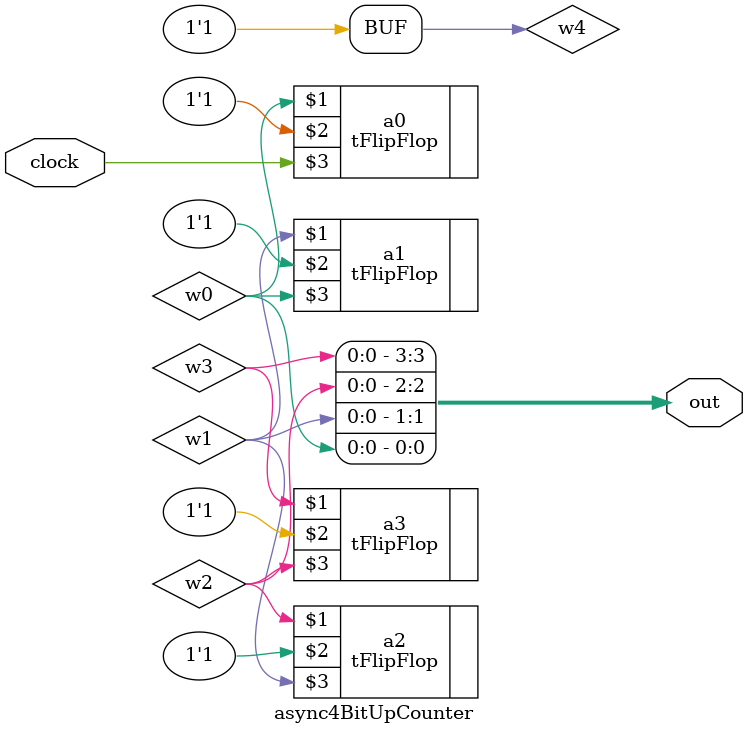
<source format=sv>
`include "../t-flipflop/tFlipFlop.v"


module async4BitUpCounter (
    output reg [3:0] out,input clock
);
    wire w0,w1,w2,w3;
    reg w4;
    initial begin
        w4 = 1;
        out[0] = 0;
    end
    tFlipFlop a0(w0,w4,clock);
    tFlipFlop a1(w1,w4,w0);
    tFlipFlop a2(w2,w4,w1);
    tFlipFlop a3(w3,w4,w2);
    always @(*) begin
        out[0] = w0;
        out[1] = w1;
        out[2] = w2;
        out[3] = w3;
    end
endmodule
</source>
